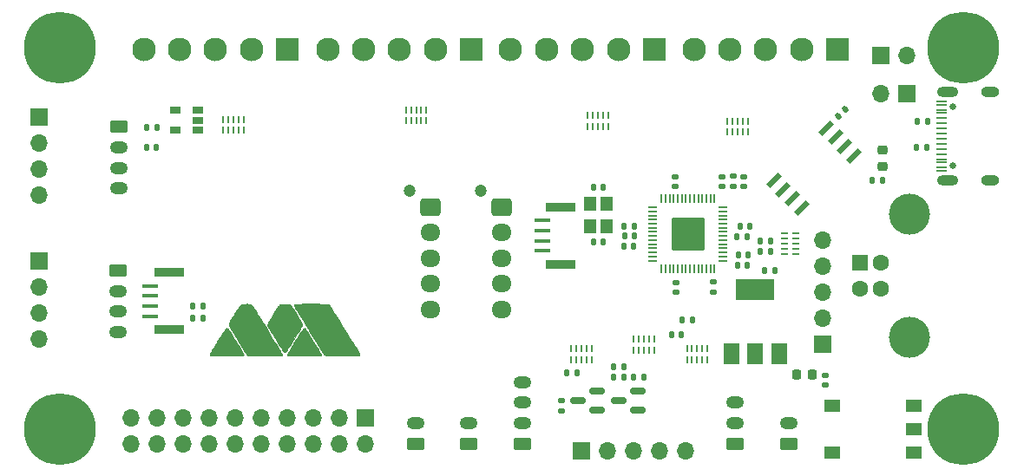
<source format=gbr>
%TF.GenerationSoftware,KiCad,Pcbnew,(7.0.0-0)*%
%TF.CreationDate,2023-05-07T02:23:39-06:00*%
%TF.ProjectId,ReflexFightingBoard,5265666c-6578-4466-9967-6874696e6742,rev?*%
%TF.SameCoordinates,Original*%
%TF.FileFunction,Soldermask,Top*%
%TF.FilePolarity,Negative*%
%FSLAX46Y46*%
G04 Gerber Fmt 4.6, Leading zero omitted, Abs format (unit mm)*
G04 Created by KiCad (PCBNEW (7.0.0-0)) date 2023-05-07 02:23:39*
%MOMM*%
%LPD*%
G01*
G04 APERTURE LIST*
G04 Aperture macros list*
%AMRoundRect*
0 Rectangle with rounded corners*
0 $1 Rounding radius*
0 $2 $3 $4 $5 $6 $7 $8 $9 X,Y pos of 4 corners*
0 Add a 4 corners polygon primitive as box body*
4,1,4,$2,$3,$4,$5,$6,$7,$8,$9,$2,$3,0*
0 Add four circle primitives for the rounded corners*
1,1,$1+$1,$2,$3*
1,1,$1+$1,$4,$5*
1,1,$1+$1,$6,$7*
1,1,$1+$1,$8,$9*
0 Add four rect primitives between the rounded corners*
20,1,$1+$1,$2,$3,$4,$5,0*
20,1,$1+$1,$4,$5,$6,$7,0*
20,1,$1+$1,$6,$7,$8,$9,0*
20,1,$1+$1,$8,$9,$2,$3,0*%
%AMRotRect*
0 Rectangle, with rotation*
0 The origin of the aperture is its center*
0 $1 length*
0 $2 width*
0 $3 Rotation angle, in degrees counterclockwise*
0 Add horizontal line*
21,1,$1,$2,0,0,$3*%
G04 Aperture macros list end*
%ADD10C,0.010000*%
%ADD11RoundRect,0.135000X0.135000X0.185000X-0.135000X0.185000X-0.135000X-0.185000X0.135000X-0.185000X0*%
%ADD12R,1.060000X0.650000*%
%ADD13RoundRect,0.140000X-0.140000X-0.170000X0.140000X-0.170000X0.140000X0.170000X-0.140000X0.170000X0*%
%ADD14R,1.700000X1.700000*%
%ADD15O,1.700000X1.700000*%
%ADD16RoundRect,0.249999X-0.625001X0.350001X-0.625001X-0.350001X0.625001X-0.350001X0.625001X0.350001X0*%
%ADD17O,1.750000X1.200000*%
%ADD18RoundRect,0.250000X0.625000X-0.350000X0.625000X0.350000X-0.625000X0.350000X-0.625000X-0.350000X0*%
%ADD19R,2.300000X2.300000*%
%ADD20C,2.300000*%
%ADD21C,7.000000*%
%ADD22R,3.000000X0.900000*%
%ADD23R,1.600000X0.400000*%
%ADD24RoundRect,0.140000X0.140000X0.170000X-0.140000X0.170000X-0.140000X-0.170000X0.140000X-0.170000X0*%
%ADD25O,0.200000X0.700000*%
%ADD26RoundRect,0.135000X-0.185000X0.135000X-0.185000X-0.135000X0.185000X-0.135000X0.185000X0.135000X0*%
%ADD27RoundRect,0.135000X0.185000X-0.135000X0.185000X0.135000X-0.185000X0.135000X-0.185000X-0.135000X0*%
%ADD28RoundRect,0.140000X-0.170000X0.140000X-0.170000X-0.140000X0.170000X-0.140000X0.170000X0.140000X0*%
%ADD29RoundRect,0.135000X-0.135000X-0.185000X0.135000X-0.185000X0.135000X0.185000X-0.135000X0.185000X0*%
%ADD30R,1.600000X1.600000*%
%ADD31C,1.600000*%
%ADD32C,4.000000*%
%ADD33RoundRect,0.147500X-0.147500X-0.172500X0.147500X-0.172500X0.147500X0.172500X-0.147500X0.172500X0*%
%ADD34R,1.500000X2.000000*%
%ADD35R,3.800000X2.000000*%
%ADD36RotRect,1.610000X0.580000X45.000000*%
%ADD37RoundRect,0.150000X0.587500X0.150000X-0.587500X0.150000X-0.587500X-0.150000X0.587500X-0.150000X0*%
%ADD38RoundRect,0.050000X-0.050000X0.387500X-0.050000X-0.387500X0.050000X-0.387500X0.050000X0.387500X0*%
%ADD39RoundRect,0.050000X-0.387500X0.050000X-0.387500X-0.050000X0.387500X-0.050000X0.387500X0.050000X0*%
%ADD40RoundRect,0.144000X-1.456000X1.456000X-1.456000X-1.456000X1.456000X-1.456000X1.456000X1.456000X0*%
%ADD41RoundRect,0.140000X0.170000X-0.140000X0.170000X0.140000X-0.170000X0.140000X-0.170000X-0.140000X0*%
%ADD42R,1.150000X1.400000*%
%ADD43RoundRect,0.218750X-0.218750X-0.256250X0.218750X-0.256250X0.218750X0.256250X-0.218750X0.256250X0*%
%ADD44C,1.200000*%
%ADD45RoundRect,0.250000X-0.725000X0.600000X-0.725000X-0.600000X0.725000X-0.600000X0.725000X0.600000X0*%
%ADD46O,1.950000X1.700000*%
%ADD47RoundRect,0.218750X-0.256250X0.218750X-0.256250X-0.218750X0.256250X-0.218750X0.256250X0.218750X0*%
%ADD48R,1.550000X1.300000*%
%ADD49RoundRect,0.140000X0.021213X-0.219203X0.219203X-0.021213X-0.021213X0.219203X-0.219203X0.021213X0*%
%ADD50C,0.650000*%
%ADD51R,1.100000X0.225000*%
%ADD52O,2.100000X1.000000*%
%ADD53O,1.800000X1.000000*%
%ADD54O,0.700000X0.200000*%
G04 APERTURE END LIST*
%TO.C,Ref\u002A\u002A*%
G36*
X123678843Y-110649981D02*
G01*
X123715071Y-110678304D01*
X123734134Y-110704893D01*
X123772935Y-110763922D01*
X123829185Y-110851684D01*
X123900593Y-110964468D01*
X123984869Y-111098566D01*
X124079724Y-111250267D01*
X124182868Y-111415863D01*
X124292010Y-111591644D01*
X124404862Y-111773900D01*
X124519132Y-111958923D01*
X124632531Y-112143003D01*
X124742770Y-112322431D01*
X124847557Y-112493497D01*
X124944604Y-112652492D01*
X125031620Y-112795707D01*
X125106316Y-112919432D01*
X125166401Y-113019958D01*
X125209585Y-113093575D01*
X125233579Y-113136575D01*
X125236950Y-113143541D01*
X125259894Y-113204940D01*
X125261763Y-113244835D01*
X125241180Y-113279193D01*
X125223648Y-113297679D01*
X125214832Y-113305634D01*
X125203467Y-113312523D01*
X125186640Y-113318421D01*
X125161437Y-113323404D01*
X125124944Y-113327546D01*
X125074249Y-113330924D01*
X125006436Y-113333612D01*
X124918594Y-113335686D01*
X124807808Y-113337221D01*
X124671165Y-113338292D01*
X124505751Y-113338974D01*
X124308652Y-113339343D01*
X124076956Y-113339474D01*
X123807749Y-113339442D01*
X123609690Y-113339369D01*
X123273423Y-113338936D01*
X122975231Y-113337933D01*
X122715668Y-113336367D01*
X122495286Y-113334246D01*
X122314640Y-113331579D01*
X122174284Y-113328371D01*
X122074771Y-113324632D01*
X122016655Y-113320369D01*
X122001023Y-113317150D01*
X121971222Y-113275628D01*
X121963982Y-113219561D01*
X121967195Y-113198915D01*
X121977800Y-113168398D01*
X121997246Y-113125506D01*
X122026979Y-113067738D01*
X122068449Y-112992591D01*
X122123103Y-112897563D01*
X122192389Y-112780152D01*
X122277755Y-112637854D01*
X122380648Y-112468168D01*
X122502518Y-112268591D01*
X122644812Y-112036622D01*
X122707444Y-111934738D01*
X122834869Y-111727892D01*
X122956676Y-111530815D01*
X123070916Y-111346616D01*
X123175643Y-111178407D01*
X123268909Y-111029297D01*
X123348765Y-110902396D01*
X123413264Y-110800815D01*
X123460458Y-110727664D01*
X123488399Y-110686053D01*
X123494301Y-110678304D01*
X123558140Y-110637839D01*
X123604398Y-110630679D01*
X123678843Y-110649981D01*
G37*
D10*
X123678843Y-110649981D02*
X123715071Y-110678304D01*
X123734134Y-110704893D01*
X123772935Y-110763922D01*
X123829185Y-110851684D01*
X123900593Y-110964468D01*
X123984869Y-111098566D01*
X124079724Y-111250267D01*
X124182868Y-111415863D01*
X124292010Y-111591644D01*
X124404862Y-111773900D01*
X124519132Y-111958923D01*
X124632531Y-112143003D01*
X124742770Y-112322431D01*
X124847557Y-112493497D01*
X124944604Y-112652492D01*
X125031620Y-112795707D01*
X125106316Y-112919432D01*
X125166401Y-113019958D01*
X125209585Y-113093575D01*
X125233579Y-113136575D01*
X125236950Y-113143541D01*
X125259894Y-113204940D01*
X125261763Y-113244835D01*
X125241180Y-113279193D01*
X125223648Y-113297679D01*
X125214832Y-113305634D01*
X125203467Y-113312523D01*
X125186640Y-113318421D01*
X125161437Y-113323404D01*
X125124944Y-113327546D01*
X125074249Y-113330924D01*
X125006436Y-113333612D01*
X124918594Y-113335686D01*
X124807808Y-113337221D01*
X124671165Y-113338292D01*
X124505751Y-113338974D01*
X124308652Y-113339343D01*
X124076956Y-113339474D01*
X123807749Y-113339442D01*
X123609690Y-113339369D01*
X123273423Y-113338936D01*
X122975231Y-113337933D01*
X122715668Y-113336367D01*
X122495286Y-113334246D01*
X122314640Y-113331579D01*
X122174284Y-113328371D01*
X122074771Y-113324632D01*
X122016655Y-113320369D01*
X122001023Y-113317150D01*
X121971222Y-113275628D01*
X121963982Y-113219561D01*
X121967195Y-113198915D01*
X121977800Y-113168398D01*
X121997246Y-113125506D01*
X122026979Y-113067738D01*
X122068449Y-112992591D01*
X122123103Y-112897563D01*
X122192389Y-112780152D01*
X122277755Y-112637854D01*
X122380648Y-112468168D01*
X122502518Y-112268591D01*
X122644812Y-112036622D01*
X122707444Y-111934738D01*
X122834869Y-111727892D01*
X122956676Y-111530815D01*
X123070916Y-111346616D01*
X123175643Y-111178407D01*
X123268909Y-111029297D01*
X123348765Y-110902396D01*
X123413264Y-110800815D01*
X123460458Y-110727664D01*
X123488399Y-110686053D01*
X123494301Y-110678304D01*
X123558140Y-110637839D01*
X123604398Y-110630679D01*
X123678843Y-110649981D01*
G36*
X131246627Y-110651682D02*
G01*
X131271199Y-110671683D01*
X131289240Y-110697091D01*
X131327240Y-110755117D01*
X131383020Y-110842296D01*
X131454402Y-110955163D01*
X131539206Y-111090252D01*
X131635254Y-111244098D01*
X131740367Y-111413237D01*
X131852366Y-111594201D01*
X131912315Y-111691357D01*
X132076357Y-111957553D01*
X132219543Y-112190094D01*
X132343277Y-112391334D01*
X132448964Y-112563625D01*
X132538009Y-112709322D01*
X132611817Y-112830776D01*
X132671792Y-112930342D01*
X132719339Y-113010373D01*
X132755863Y-113073222D01*
X132782768Y-113121241D01*
X132801459Y-113156785D01*
X132813341Y-113182206D01*
X132819818Y-113199858D01*
X132822296Y-113212093D01*
X132822482Y-113216090D01*
X132808219Y-113259675D01*
X132780148Y-113297679D01*
X132771336Y-113305625D01*
X132759965Y-113312510D01*
X132743126Y-113318408D01*
X132717909Y-113323397D01*
X132681403Y-113327552D01*
X132630699Y-113330950D01*
X132562887Y-113333667D01*
X132475057Y-113335778D01*
X132364300Y-113337361D01*
X132227705Y-113338490D01*
X132062363Y-113339243D01*
X131865364Y-113339696D01*
X131633797Y-113339924D01*
X131364754Y-113340004D01*
X131162410Y-113340013D01*
X130863964Y-113339940D01*
X130605023Y-113339685D01*
X130382759Y-113339188D01*
X130194344Y-113338391D01*
X130036950Y-113337236D01*
X129907748Y-113335663D01*
X129803911Y-113333615D01*
X129722611Y-113331033D01*
X129661019Y-113327858D01*
X129616308Y-113324032D01*
X129585649Y-113319497D01*
X129566215Y-113314194D01*
X129555176Y-113308064D01*
X129553743Y-113306751D01*
X129538732Y-113290047D01*
X129528152Y-113271742D01*
X129523360Y-113249219D01*
X129525712Y-113219861D01*
X129536565Y-113181052D01*
X129557275Y-113130175D01*
X129589200Y-113064615D01*
X129633694Y-112981754D01*
X129692117Y-112878976D01*
X129765822Y-112753665D01*
X129856169Y-112603204D01*
X129964512Y-112424978D01*
X130092208Y-112216368D01*
X130240614Y-111974759D01*
X130264473Y-111935953D01*
X130391919Y-111728999D01*
X130513734Y-111531814D01*
X130627973Y-111347506D01*
X130732691Y-111179184D01*
X130825942Y-111029956D01*
X130905783Y-110902932D01*
X130970268Y-110801220D01*
X131017453Y-110727928D01*
X131045391Y-110686166D01*
X131051329Y-110678304D01*
X131110031Y-110640310D01*
X131180751Y-110631267D01*
X131246627Y-110651682D01*
G37*
X131246627Y-110651682D02*
X131271199Y-110671683D01*
X131289240Y-110697091D01*
X131327240Y-110755117D01*
X131383020Y-110842296D01*
X131454402Y-110955163D01*
X131539206Y-111090252D01*
X131635254Y-111244098D01*
X131740367Y-111413237D01*
X131852366Y-111594201D01*
X131912315Y-111691357D01*
X132076357Y-111957553D01*
X132219543Y-112190094D01*
X132343277Y-112391334D01*
X132448964Y-112563625D01*
X132538009Y-112709322D01*
X132611817Y-112830776D01*
X132671792Y-112930342D01*
X132719339Y-113010373D01*
X132755863Y-113073222D01*
X132782768Y-113121241D01*
X132801459Y-113156785D01*
X132813341Y-113182206D01*
X132819818Y-113199858D01*
X132822296Y-113212093D01*
X132822482Y-113216090D01*
X132808219Y-113259675D01*
X132780148Y-113297679D01*
X132771336Y-113305625D01*
X132759965Y-113312510D01*
X132743126Y-113318408D01*
X132717909Y-113323397D01*
X132681403Y-113327552D01*
X132630699Y-113330950D01*
X132562887Y-113333667D01*
X132475057Y-113335778D01*
X132364300Y-113337361D01*
X132227705Y-113338490D01*
X132062363Y-113339243D01*
X131865364Y-113339696D01*
X131633797Y-113339924D01*
X131364754Y-113340004D01*
X131162410Y-113340013D01*
X130863964Y-113339940D01*
X130605023Y-113339685D01*
X130382759Y-113339188D01*
X130194344Y-113338391D01*
X130036950Y-113337236D01*
X129907748Y-113335663D01*
X129803911Y-113333615D01*
X129722611Y-113331033D01*
X129661019Y-113327858D01*
X129616308Y-113324032D01*
X129585649Y-113319497D01*
X129566215Y-113314194D01*
X129555176Y-113308064D01*
X129553743Y-113306751D01*
X129538732Y-113290047D01*
X129528152Y-113271742D01*
X129523360Y-113249219D01*
X129525712Y-113219861D01*
X129536565Y-113181052D01*
X129557275Y-113130175D01*
X129589200Y-113064615D01*
X129633694Y-112981754D01*
X129692117Y-112878976D01*
X129765822Y-112753665D01*
X129856169Y-112603204D01*
X129964512Y-112424978D01*
X130092208Y-112216368D01*
X130240614Y-111974759D01*
X130264473Y-111935953D01*
X130391919Y-111728999D01*
X130513734Y-111531814D01*
X130627973Y-111347506D01*
X130732691Y-111179184D01*
X130825942Y-111029956D01*
X130905783Y-110902932D01*
X130970268Y-110801220D01*
X131017453Y-110727928D01*
X131045391Y-110686166D01*
X131051329Y-110678304D01*
X131110031Y-110640310D01*
X131180751Y-110631267D01*
X131246627Y-110651682D01*
G36*
X129414954Y-108270965D02*
G01*
X129517690Y-108272541D01*
X129592451Y-108276028D01*
X129646415Y-108282131D01*
X129686758Y-108291554D01*
X129720658Y-108305000D01*
X129742732Y-108316282D01*
X129810132Y-108359867D01*
X129871008Y-108410604D01*
X129882191Y-108422116D01*
X129904600Y-108452481D01*
X129946502Y-108514969D01*
X130005344Y-108605564D01*
X130078572Y-108720249D01*
X130163631Y-108855008D01*
X130257970Y-109005824D01*
X130359033Y-109168683D01*
X130427607Y-109279888D01*
X130557635Y-109492235D01*
X130666013Y-109671419D01*
X130754092Y-109819813D01*
X130823223Y-109939792D01*
X130874758Y-110033732D01*
X130910048Y-110104007D01*
X130930444Y-110152993D01*
X130936235Y-110173883D01*
X130943785Y-110299229D01*
X130922528Y-110419731D01*
X130896709Y-110482513D01*
X130871219Y-110527432D01*
X130826862Y-110602298D01*
X130765893Y-110703484D01*
X130690564Y-110827362D01*
X130603129Y-110970304D01*
X130505842Y-111128681D01*
X130400956Y-111298866D01*
X130290724Y-111477231D01*
X130177400Y-111660147D01*
X130063237Y-111843987D01*
X129950489Y-112025122D01*
X129841410Y-112199925D01*
X129738252Y-112364768D01*
X129643269Y-112516022D01*
X129558715Y-112650060D01*
X129486844Y-112763254D01*
X129429908Y-112851976D01*
X129390161Y-112912597D01*
X129369857Y-112941489D01*
X129368331Y-112943138D01*
X129301796Y-112976340D01*
X129231258Y-112968946D01*
X129174799Y-112932554D01*
X129154022Y-112905602D01*
X129113672Y-112846054D01*
X129056006Y-112757584D01*
X128983282Y-112643866D01*
X128897757Y-112508575D01*
X128801689Y-112355386D01*
X128697334Y-112187972D01*
X128586951Y-112010008D01*
X128472796Y-111825168D01*
X128357127Y-111637126D01*
X128242201Y-111449558D01*
X128130277Y-111266136D01*
X128023610Y-111090536D01*
X127924459Y-110926432D01*
X127835081Y-110777497D01*
X127757733Y-110647407D01*
X127694673Y-110539836D01*
X127648158Y-110458458D01*
X127620446Y-110406947D01*
X127613665Y-110391513D01*
X127596370Y-110258652D01*
X127621337Y-110126728D01*
X127622770Y-110122679D01*
X127640264Y-110087006D01*
X127677509Y-110020214D01*
X127731637Y-109926965D01*
X127799780Y-109811925D01*
X127879072Y-109679757D01*
X127966644Y-109535127D01*
X128059629Y-109382698D01*
X128155159Y-109227135D01*
X128250366Y-109073101D01*
X128342384Y-108925262D01*
X128428345Y-108788281D01*
X128505380Y-108666823D01*
X128570623Y-108565552D01*
X128621205Y-108489133D01*
X128654260Y-108442229D01*
X128661227Y-108433569D01*
X128721306Y-108377399D01*
X128793000Y-108326341D01*
X128809394Y-108316974D01*
X128843533Y-108300286D01*
X128878994Y-108288144D01*
X128922987Y-108279835D01*
X128982725Y-108274643D01*
X129065416Y-108271852D01*
X129178272Y-108270748D01*
X129277065Y-108270596D01*
X129414954Y-108270965D01*
G37*
X129414954Y-108270965D02*
X129517690Y-108272541D01*
X129592451Y-108276028D01*
X129646415Y-108282131D01*
X129686758Y-108291554D01*
X129720658Y-108305000D01*
X129742732Y-108316282D01*
X129810132Y-108359867D01*
X129871008Y-108410604D01*
X129882191Y-108422116D01*
X129904600Y-108452481D01*
X129946502Y-108514969D01*
X130005344Y-108605564D01*
X130078572Y-108720249D01*
X130163631Y-108855008D01*
X130257970Y-109005824D01*
X130359033Y-109168683D01*
X130427607Y-109279888D01*
X130557635Y-109492235D01*
X130666013Y-109671419D01*
X130754092Y-109819813D01*
X130823223Y-109939792D01*
X130874758Y-110033732D01*
X130910048Y-110104007D01*
X130930444Y-110152993D01*
X130936235Y-110173883D01*
X130943785Y-110299229D01*
X130922528Y-110419731D01*
X130896709Y-110482513D01*
X130871219Y-110527432D01*
X130826862Y-110602298D01*
X130765893Y-110703484D01*
X130690564Y-110827362D01*
X130603129Y-110970304D01*
X130505842Y-111128681D01*
X130400956Y-111298866D01*
X130290724Y-111477231D01*
X130177400Y-111660147D01*
X130063237Y-111843987D01*
X129950489Y-112025122D01*
X129841410Y-112199925D01*
X129738252Y-112364768D01*
X129643269Y-112516022D01*
X129558715Y-112650060D01*
X129486844Y-112763254D01*
X129429908Y-112851976D01*
X129390161Y-112912597D01*
X129369857Y-112941489D01*
X129368331Y-112943138D01*
X129301796Y-112976340D01*
X129231258Y-112968946D01*
X129174799Y-112932554D01*
X129154022Y-112905602D01*
X129113672Y-112846054D01*
X129056006Y-112757584D01*
X128983282Y-112643866D01*
X128897757Y-112508575D01*
X128801689Y-112355386D01*
X128697334Y-112187972D01*
X128586951Y-112010008D01*
X128472796Y-111825168D01*
X128357127Y-111637126D01*
X128242201Y-111449558D01*
X128130277Y-111266136D01*
X128023610Y-111090536D01*
X127924459Y-110926432D01*
X127835081Y-110777497D01*
X127757733Y-110647407D01*
X127694673Y-110539836D01*
X127648158Y-110458458D01*
X127620446Y-110406947D01*
X127613665Y-110391513D01*
X127596370Y-110258652D01*
X127621337Y-110126728D01*
X127622770Y-110122679D01*
X127640264Y-110087006D01*
X127677509Y-110020214D01*
X127731637Y-109926965D01*
X127799780Y-109811925D01*
X127879072Y-109679757D01*
X127966644Y-109535127D01*
X128059629Y-109382698D01*
X128155159Y-109227135D01*
X128250366Y-109073101D01*
X128342384Y-108925262D01*
X128428345Y-108788281D01*
X128505380Y-108666823D01*
X128570623Y-108565552D01*
X128621205Y-108489133D01*
X128654260Y-108442229D01*
X128661227Y-108433569D01*
X128721306Y-108377399D01*
X128793000Y-108326341D01*
X128809394Y-108316974D01*
X128843533Y-108300286D01*
X128878994Y-108288144D01*
X128922987Y-108279835D01*
X128982725Y-108274643D01*
X129065416Y-108271852D01*
X129178272Y-108270748D01*
X129277065Y-108270596D01*
X129414954Y-108270965D01*
G36*
X125704771Y-108261332D02*
G01*
X125789027Y-108266608D01*
X125862430Y-108279042D01*
X125928314Y-108301460D01*
X125990013Y-108336689D01*
X126050861Y-108387557D01*
X126114191Y-108456889D01*
X126183338Y-108547514D01*
X126261635Y-108662258D01*
X126352415Y-108803949D01*
X126459014Y-108975413D01*
X126584765Y-109179477D01*
X126597030Y-109199367D01*
X126874166Y-109648737D01*
X127129874Y-110063482D01*
X127364989Y-110444983D01*
X127580350Y-110794620D01*
X127776794Y-111113772D01*
X127955159Y-111403819D01*
X128116281Y-111666142D01*
X128260999Y-111902120D01*
X128390150Y-112113133D01*
X128504571Y-112300561D01*
X128605100Y-112465785D01*
X128692574Y-112610183D01*
X128767831Y-112735137D01*
X128831708Y-112842025D01*
X128885042Y-112932228D01*
X128928671Y-113007126D01*
X128963432Y-113068099D01*
X128990163Y-113116526D01*
X129009702Y-113153788D01*
X129022885Y-113181264D01*
X129030550Y-113200335D01*
X129033535Y-113212380D01*
X129033648Y-113214433D01*
X129033936Y-113237443D01*
X129032962Y-113257459D01*
X129027974Y-113274690D01*
X129016217Y-113289342D01*
X128994938Y-113301622D01*
X128961383Y-113311739D01*
X128912799Y-113319900D01*
X128846430Y-113326312D01*
X128759524Y-113331183D01*
X128649327Y-113334719D01*
X128513085Y-113337129D01*
X128348044Y-113338620D01*
X128151450Y-113339399D01*
X127920550Y-113339673D01*
X127652590Y-113339651D01*
X127372647Y-113339548D01*
X127077563Y-113339433D01*
X126821796Y-113339224D01*
X126602327Y-113338842D01*
X126416139Y-113338207D01*
X126260215Y-113337239D01*
X126131537Y-113335861D01*
X126027088Y-113333991D01*
X125943851Y-113331553D01*
X125878807Y-113328465D01*
X125828941Y-113324648D01*
X125791234Y-113320025D01*
X125762668Y-113314514D01*
X125740227Y-113308038D01*
X125720894Y-113300516D01*
X125710482Y-113295901D01*
X125642375Y-113260121D01*
X125583201Y-113220954D01*
X125566717Y-113207173D01*
X125548016Y-113182138D01*
X125509041Y-113123904D01*
X125451622Y-113035376D01*
X125377591Y-112919458D01*
X125288776Y-112779055D01*
X125187009Y-112617072D01*
X125074121Y-112436415D01*
X124951941Y-112239987D01*
X124822300Y-112030694D01*
X124687028Y-111811441D01*
X124678193Y-111797092D01*
X123838185Y-110432557D01*
X123830210Y-110291418D01*
X123829372Y-110194128D01*
X123841249Y-110122945D01*
X123859459Y-110078271D01*
X123878234Y-110045334D01*
X123916762Y-109980477D01*
X123972552Y-109887801D01*
X124043115Y-109771404D01*
X124125962Y-109635388D01*
X124218603Y-109483851D01*
X124318548Y-109320894D01*
X124382175Y-109217412D01*
X124522513Y-108990790D01*
X124642334Y-108800348D01*
X124742045Y-108645467D01*
X124822057Y-108525530D01*
X124882777Y-108439916D01*
X124924615Y-108388007D01*
X124939781Y-108373558D01*
X124998865Y-108332939D01*
X125059191Y-108303257D01*
X125128802Y-108282868D01*
X125215742Y-108270126D01*
X125328055Y-108263386D01*
X125473783Y-108261003D01*
X125490365Y-108260942D01*
X125606328Y-108260385D01*
X125704771Y-108261332D01*
G37*
X125704771Y-108261332D02*
X125789027Y-108266608D01*
X125862430Y-108279042D01*
X125928314Y-108301460D01*
X125990013Y-108336689D01*
X126050861Y-108387557D01*
X126114191Y-108456889D01*
X126183338Y-108547514D01*
X126261635Y-108662258D01*
X126352415Y-108803949D01*
X126459014Y-108975413D01*
X126584765Y-109179477D01*
X126597030Y-109199367D01*
X126874166Y-109648737D01*
X127129874Y-110063482D01*
X127364989Y-110444983D01*
X127580350Y-110794620D01*
X127776794Y-111113772D01*
X127955159Y-111403819D01*
X128116281Y-111666142D01*
X128260999Y-111902120D01*
X128390150Y-112113133D01*
X128504571Y-112300561D01*
X128605100Y-112465785D01*
X128692574Y-112610183D01*
X128767831Y-112735137D01*
X128831708Y-112842025D01*
X128885042Y-112932228D01*
X128928671Y-113007126D01*
X128963432Y-113068099D01*
X128990163Y-113116526D01*
X129009702Y-113153788D01*
X129022885Y-113181264D01*
X129030550Y-113200335D01*
X129033535Y-113212380D01*
X129033648Y-113214433D01*
X129033936Y-113237443D01*
X129032962Y-113257459D01*
X129027974Y-113274690D01*
X129016217Y-113289342D01*
X128994938Y-113301622D01*
X128961383Y-113311739D01*
X128912799Y-113319900D01*
X128846430Y-113326312D01*
X128759524Y-113331183D01*
X128649327Y-113334719D01*
X128513085Y-113337129D01*
X128348044Y-113338620D01*
X128151450Y-113339399D01*
X127920550Y-113339673D01*
X127652590Y-113339651D01*
X127372647Y-113339548D01*
X127077563Y-113339433D01*
X126821796Y-113339224D01*
X126602327Y-113338842D01*
X126416139Y-113338207D01*
X126260215Y-113337239D01*
X126131537Y-113335861D01*
X126027088Y-113333991D01*
X125943851Y-113331553D01*
X125878807Y-113328465D01*
X125828941Y-113324648D01*
X125791234Y-113320025D01*
X125762668Y-113314514D01*
X125740227Y-113308038D01*
X125720894Y-113300516D01*
X125710482Y-113295901D01*
X125642375Y-113260121D01*
X125583201Y-113220954D01*
X125566717Y-113207173D01*
X125548016Y-113182138D01*
X125509041Y-113123904D01*
X125451622Y-113035376D01*
X125377591Y-112919458D01*
X125288776Y-112779055D01*
X125187009Y-112617072D01*
X125074121Y-112436415D01*
X124951941Y-112239987D01*
X124822300Y-112030694D01*
X124687028Y-111811441D01*
X124678193Y-111797092D01*
X123838185Y-110432557D01*
X123830210Y-110291418D01*
X123829372Y-110194128D01*
X123841249Y-110122945D01*
X123859459Y-110078271D01*
X123878234Y-110045334D01*
X123916762Y-109980477D01*
X123972552Y-109887801D01*
X124043115Y-109771404D01*
X124125962Y-109635388D01*
X124218603Y-109483851D01*
X124318548Y-109320894D01*
X124382175Y-109217412D01*
X124522513Y-108990790D01*
X124642334Y-108800348D01*
X124742045Y-108645467D01*
X124822057Y-108525530D01*
X124882777Y-108439916D01*
X124924615Y-108388007D01*
X124939781Y-108373558D01*
X124998865Y-108332939D01*
X125059191Y-108303257D01*
X125128802Y-108282868D01*
X125215742Y-108270126D01*
X125328055Y-108263386D01*
X125473783Y-108261003D01*
X125490365Y-108260942D01*
X125606328Y-108260385D01*
X125704771Y-108261332D01*
G36*
X131818004Y-108260013D02*
G01*
X132121584Y-108260017D01*
X132385825Y-108260168D01*
X132613722Y-108260667D01*
X132808270Y-108261718D01*
X132972461Y-108263525D01*
X133109293Y-108266291D01*
X133221758Y-108270219D01*
X133312851Y-108275512D01*
X133385567Y-108282374D01*
X133442900Y-108291009D01*
X133487845Y-108301619D01*
X133523396Y-108314408D01*
X133552548Y-108329580D01*
X133578295Y-108347337D01*
X133603631Y-108367884D01*
X133620838Y-108382442D01*
X133642046Y-108409055D01*
X133684414Y-108470545D01*
X133747119Y-108565607D01*
X133829340Y-108692938D01*
X133930258Y-108851233D01*
X134049049Y-109039190D01*
X134184895Y-109255503D01*
X134336973Y-109498869D01*
X134504463Y-109767985D01*
X134686543Y-110061546D01*
X134882392Y-110378249D01*
X135091190Y-110716789D01*
X135109857Y-110747096D01*
X135286201Y-111033497D01*
X135456699Y-111310540D01*
X135620002Y-111576023D01*
X135774757Y-111827743D01*
X135919613Y-112063496D01*
X136053218Y-112281080D01*
X136174221Y-112478293D01*
X136281270Y-112652930D01*
X136373014Y-112802790D01*
X136448101Y-112925669D01*
X136505179Y-113019365D01*
X136542898Y-113081675D01*
X136559906Y-113110396D01*
X136560459Y-113111420D01*
X136587394Y-113193699D01*
X136579632Y-113264394D01*
X136551440Y-113304982D01*
X136541391Y-113311596D01*
X136524971Y-113317327D01*
X136499311Y-113322237D01*
X136461545Y-113326389D01*
X136408805Y-113329844D01*
X136338224Y-113332663D01*
X136246935Y-113334909D01*
X136132071Y-113336644D01*
X135990763Y-113337929D01*
X135820145Y-113338826D01*
X135617350Y-113339398D01*
X135379509Y-113339705D01*
X135103757Y-113339811D01*
X134937481Y-113339806D01*
X133362232Y-113339599D01*
X133256398Y-113289690D01*
X133187144Y-113251642D01*
X133127847Y-113209931D01*
X133105728Y-113189355D01*
X133089273Y-113165385D01*
X133052014Y-113107524D01*
X132995304Y-113017953D01*
X132920499Y-112898851D01*
X132828953Y-112752399D01*
X132722021Y-112580776D01*
X132601057Y-112386162D01*
X132467416Y-112170737D01*
X132322452Y-111936681D01*
X132167521Y-111686175D01*
X132003977Y-111421397D01*
X131833175Y-111144528D01*
X131656469Y-110857748D01*
X131618769Y-110796520D01*
X131395586Y-110433744D01*
X131194039Y-110105563D01*
X131013344Y-109810664D01*
X130852712Y-109547735D01*
X130711359Y-109315463D01*
X130588498Y-109112538D01*
X130483341Y-108937646D01*
X130395104Y-108789475D01*
X130323000Y-108666713D01*
X130266241Y-108568048D01*
X130224043Y-108492168D01*
X130195618Y-108437759D01*
X130180180Y-108403511D01*
X130176648Y-108390012D01*
X130176295Y-108366062D01*
X130177083Y-108345245D01*
X130181780Y-108327343D01*
X130193157Y-108312135D01*
X130213981Y-108299403D01*
X130247023Y-108288927D01*
X130295051Y-108280488D01*
X130360835Y-108273867D01*
X130447143Y-108268844D01*
X130556746Y-108265200D01*
X130692412Y-108262715D01*
X130856910Y-108261171D01*
X131053010Y-108260348D01*
X131283481Y-108260027D01*
X131551091Y-108259988D01*
X131818004Y-108260013D01*
G37*
X131818004Y-108260013D02*
X132121584Y-108260017D01*
X132385825Y-108260168D01*
X132613722Y-108260667D01*
X132808270Y-108261718D01*
X132972461Y-108263525D01*
X133109293Y-108266291D01*
X133221758Y-108270219D01*
X133312851Y-108275512D01*
X133385567Y-108282374D01*
X133442900Y-108291009D01*
X133487845Y-108301619D01*
X133523396Y-108314408D01*
X133552548Y-108329580D01*
X133578295Y-108347337D01*
X133603631Y-108367884D01*
X133620838Y-108382442D01*
X133642046Y-108409055D01*
X133684414Y-108470545D01*
X133747119Y-108565607D01*
X133829340Y-108692938D01*
X133930258Y-108851233D01*
X134049049Y-109039190D01*
X134184895Y-109255503D01*
X134336973Y-109498869D01*
X134504463Y-109767985D01*
X134686543Y-110061546D01*
X134882392Y-110378249D01*
X135091190Y-110716789D01*
X135109857Y-110747096D01*
X135286201Y-111033497D01*
X135456699Y-111310540D01*
X135620002Y-111576023D01*
X135774757Y-111827743D01*
X135919613Y-112063496D01*
X136053218Y-112281080D01*
X136174221Y-112478293D01*
X136281270Y-112652930D01*
X136373014Y-112802790D01*
X136448101Y-112925669D01*
X136505179Y-113019365D01*
X136542898Y-113081675D01*
X136559906Y-113110396D01*
X136560459Y-113111420D01*
X136587394Y-113193699D01*
X136579632Y-113264394D01*
X136551440Y-113304982D01*
X136541391Y-113311596D01*
X136524971Y-113317327D01*
X136499311Y-113322237D01*
X136461545Y-113326389D01*
X136408805Y-113329844D01*
X136338224Y-113332663D01*
X136246935Y-113334909D01*
X136132071Y-113336644D01*
X135990763Y-113337929D01*
X135820145Y-113338826D01*
X135617350Y-113339398D01*
X135379509Y-113339705D01*
X135103757Y-113339811D01*
X134937481Y-113339806D01*
X133362232Y-113339599D01*
X133256398Y-113289690D01*
X133187144Y-113251642D01*
X133127847Y-113209931D01*
X133105728Y-113189355D01*
X133089273Y-113165385D01*
X133052014Y-113107524D01*
X132995304Y-113017953D01*
X132920499Y-112898851D01*
X132828953Y-112752399D01*
X132722021Y-112580776D01*
X132601057Y-112386162D01*
X132467416Y-112170737D01*
X132322452Y-111936681D01*
X132167521Y-111686175D01*
X132003977Y-111421397D01*
X131833175Y-111144528D01*
X131656469Y-110857748D01*
X131618769Y-110796520D01*
X131395586Y-110433744D01*
X131194039Y-110105563D01*
X131013344Y-109810664D01*
X130852712Y-109547735D01*
X130711359Y-109315463D01*
X130588498Y-109112538D01*
X130483341Y-108937646D01*
X130395104Y-108789475D01*
X130323000Y-108666713D01*
X130266241Y-108568048D01*
X130224043Y-108492168D01*
X130195618Y-108437759D01*
X130180180Y-108403511D01*
X130176648Y-108390012D01*
X130176295Y-108366062D01*
X130177083Y-108345245D01*
X130181780Y-108327343D01*
X130193157Y-108312135D01*
X130213981Y-108299403D01*
X130247023Y-108288927D01*
X130295051Y-108280488D01*
X130360835Y-108273867D01*
X130447143Y-108268844D01*
X130556746Y-108265200D01*
X130692412Y-108262715D01*
X130856910Y-108261171D01*
X131053010Y-108260348D01*
X131283481Y-108260027D01*
X131551091Y-108259988D01*
X131818004Y-108260013D01*
%TD*%
D11*
%TO.C,R1*%
X157787811Y-115000000D03*
X156767811Y-115000000D03*
%TD*%
%TO.C,R5*%
X116810000Y-91000000D03*
X115790000Y-91000000D03*
%TD*%
D12*
%TO.C,U2*%
X120799999Y-91272399D03*
X120799999Y-90322399D03*
X120799999Y-89372399D03*
X118599999Y-89372399D03*
X118599999Y-91272399D03*
%TD*%
D13*
%TO.C,C1*%
X115820000Y-93000000D03*
X116780000Y-93000000D03*
%TD*%
D11*
%TO.C,R6*%
X121310000Y-109700000D03*
X120290000Y-109700000D03*
%TD*%
%TO.C,R7*%
X121310000Y-108500000D03*
X120290000Y-108500000D03*
%TD*%
D14*
%TO.C,J2*%
X137159999Y-119379999D03*
D15*
X137159999Y-121919999D03*
X134619999Y-119379999D03*
X134619999Y-121919999D03*
X132079999Y-119379999D03*
X132079999Y-121919999D03*
X129539999Y-119379999D03*
X129539999Y-121919999D03*
X126999999Y-119379999D03*
X126999999Y-121919999D03*
X124459999Y-119379999D03*
X124459999Y-121919999D03*
X121919999Y-119379999D03*
X121919999Y-121919999D03*
X119379999Y-119379999D03*
X119379999Y-121919999D03*
X116839999Y-119379999D03*
X116839999Y-121919999D03*
X114299999Y-119379999D03*
X114299999Y-121919999D03*
%TD*%
D16*
%TO.C,J1*%
X113100000Y-90982800D03*
D17*
X113099999Y-92982799D03*
X113099999Y-94982799D03*
X113099999Y-96982799D03*
%TD*%
D18*
%TO.C,J3*%
X142050000Y-121900000D03*
D17*
X142049999Y-119899999D03*
%TD*%
D18*
%TO.C,J4*%
X147250000Y-121900000D03*
D17*
X147249999Y-119899999D03*
%TD*%
D19*
%TO.C,J5*%
X165324999Y-83449999D03*
D20*
X161825000Y-83450000D03*
X158325000Y-83450000D03*
X154825000Y-83450000D03*
X151325000Y-83450000D03*
%TD*%
D19*
%TO.C,J6*%
X147474999Y-83449999D03*
D20*
X143975000Y-83450000D03*
X140475000Y-83450000D03*
X136975000Y-83450000D03*
X133475000Y-83450000D03*
%TD*%
D19*
%TO.C,J7*%
X129524999Y-83449999D03*
D20*
X126025000Y-83450000D03*
X122525000Y-83450000D03*
X119025000Y-83450000D03*
X115525000Y-83450000D03*
%TD*%
D19*
%TO.C,J8*%
X183199999Y-83449999D03*
D20*
X179700000Y-83450000D03*
X176200000Y-83450000D03*
X172700000Y-83450000D03*
X169200000Y-83450000D03*
%TD*%
D16*
%TO.C,J12*%
X113000000Y-105000000D03*
D17*
X112999999Y-106999999D03*
X112999999Y-108999999D03*
X112999999Y-110999999D03*
%TD*%
D21*
%TO.C,H1*%
X107378000Y-83200000D03*
%TD*%
%TO.C,H3*%
X107378000Y-120460000D03*
%TD*%
%TO.C,H4*%
X195517000Y-120460000D03*
%TD*%
%TO.C,H2*%
X195517000Y-83248000D03*
%TD*%
D22*
%TO.C,J9*%
X118023999Y-110799999D03*
X118023999Y-105199999D03*
D23*
X116175999Y-109492999D03*
X116175999Y-108492999D03*
X116175999Y-107492999D03*
X116175999Y-106492999D03*
%TD*%
D22*
%TO.C,J13*%
X156223999Y-104399999D03*
X156223999Y-98799999D03*
D23*
X154375999Y-103092999D03*
X154375999Y-102092999D03*
X154375999Y-101092999D03*
X154375999Y-100092999D03*
%TD*%
D24*
%TO.C,C9*%
X163310000Y-102600000D03*
X162350000Y-102600000D03*
%TD*%
D25*
%TO.C,U9*%
X168519999Y-113704999D03*
X169019999Y-113704999D03*
X169519999Y-113704999D03*
X170019999Y-113704999D03*
X170519999Y-113704999D03*
X170519999Y-112654999D03*
X170019999Y-112654999D03*
X169519999Y-112654999D03*
X169019999Y-112654999D03*
X168519999Y-112654999D03*
%TD*%
D18*
%TO.C,J26*%
X178450000Y-121900000D03*
D17*
X178449999Y-119899999D03*
%TD*%
D14*
%TO.C,J20*%
X187399999Y-84001951D03*
D15*
X189939999Y-84001951D03*
%TD*%
D26*
%TO.C,R15*%
X173000000Y-95790000D03*
X173000000Y-96810000D03*
%TD*%
D18*
%TO.C,J21*%
X152450000Y-121900000D03*
D17*
X152449999Y-119899999D03*
X152449999Y-117899999D03*
X152449999Y-115899999D03*
%TD*%
D18*
%TO.C,J11*%
X173250000Y-121900000D03*
D17*
X173249999Y-119899999D03*
X173249999Y-117899999D03*
%TD*%
D14*
%TO.C,J14*%
X189999999Y-87699999D03*
D15*
X187459999Y-87699999D03*
%TD*%
D27*
%TO.C,R4*%
X156300000Y-118710000D03*
X156300000Y-117690000D03*
%TD*%
D13*
%TO.C,C8*%
X173720000Y-100700000D03*
X174680000Y-100700000D03*
%TD*%
D25*
%TO.C,U11*%
X163319999Y-112774999D03*
X163819999Y-112774999D03*
X164319999Y-112774999D03*
X164819999Y-112774999D03*
X165319999Y-112774999D03*
X165319999Y-111724999D03*
X164819999Y-111724999D03*
X164319999Y-111724999D03*
X163819999Y-111724999D03*
X163319999Y-111724999D03*
%TD*%
D28*
%TO.C,C11*%
X167460000Y-106180000D03*
X167460000Y-107140000D03*
%TD*%
D11*
%TO.C,R18*%
X176710000Y-102110000D03*
X175690000Y-102110000D03*
%TD*%
D29*
%TO.C,R3*%
X163290000Y-115450000D03*
X164310000Y-115450000D03*
%TD*%
D30*
%TO.C,J16*%
X185399999Y-104249999D03*
D31*
X185400000Y-106750000D03*
X187400000Y-106750000D03*
X187400000Y-104250000D03*
D32*
X190260000Y-99500000D03*
X190260000Y-111500000D03*
%TD*%
D25*
%TO.C,U7*%
X160859999Y-89864999D03*
X160359999Y-89864999D03*
X159859999Y-89864999D03*
X159359999Y-89864999D03*
X158859999Y-89864999D03*
X158859999Y-90914999D03*
X159359999Y-90914999D03*
X159859999Y-90914999D03*
X160359999Y-90914999D03*
X160859999Y-90914999D03*
%TD*%
D33*
%TO.C,D2*%
X167025000Y-111250000D03*
X167995000Y-111250000D03*
%TD*%
D14*
%TO.C,J19*%
X105299999Y-89999999D03*
D15*
X105299999Y-92539999D03*
X105299999Y-95079999D03*
X105299999Y-97619999D03*
%TD*%
D34*
%TO.C,U3*%
X172899999Y-113149999D03*
X175199999Y-113149999D03*
D35*
X175199999Y-106849999D03*
D34*
X177499999Y-113149999D03*
%TD*%
D36*
%TO.C,FLASH1*%
X177003841Y-96202081D03*
X177901866Y-97100106D03*
X178799892Y-97998132D03*
X179697917Y-98896157D03*
X184796157Y-93797917D03*
X183898132Y-92899892D03*
X183000106Y-92001866D03*
X182102081Y-91103841D03*
%TD*%
D37*
%TO.C,Q2*%
X163737500Y-118650000D03*
X163737500Y-116750000D03*
X161862500Y-117700000D03*
%TD*%
D14*
%TO.C,J22*%
X158224999Y-122574999D03*
D15*
X160764999Y-122574999D03*
X163304999Y-122574999D03*
X165844999Y-122574999D03*
X168384999Y-122574999D03*
%TD*%
D38*
%TO.C,U4*%
X171220000Y-97992500D03*
X170820000Y-97992500D03*
X170420000Y-97992500D03*
X170020000Y-97992500D03*
X169620000Y-97992500D03*
X169220000Y-97992500D03*
X168820000Y-97992500D03*
X168420000Y-97992500D03*
X168020000Y-97992500D03*
X167620000Y-97992500D03*
X167220000Y-97992500D03*
X166820000Y-97992500D03*
X166420000Y-97992500D03*
X166020000Y-97992500D03*
D39*
X165182500Y-98830000D03*
X165182500Y-99230000D03*
X165182500Y-99630000D03*
X165182500Y-100030000D03*
X165182500Y-100430000D03*
X165182500Y-100830000D03*
X165182500Y-101230000D03*
X165182500Y-101630000D03*
X165182500Y-102030000D03*
X165182500Y-102430000D03*
X165182500Y-102830000D03*
X165182500Y-103230000D03*
X165182500Y-103630000D03*
X165182500Y-104030000D03*
D38*
X166020000Y-104867500D03*
X166420000Y-104867500D03*
X166820000Y-104867500D03*
X167220000Y-104867500D03*
X167620000Y-104867500D03*
X168020000Y-104867500D03*
X168420000Y-104867500D03*
X168820000Y-104867500D03*
X169220000Y-104867500D03*
X169620000Y-104867500D03*
X170020000Y-104867500D03*
X170420000Y-104867500D03*
X170820000Y-104867500D03*
X171220000Y-104867500D03*
D39*
X172057500Y-104030000D03*
X172057500Y-103630000D03*
X172057500Y-103230000D03*
X172057500Y-102830000D03*
X172057500Y-102430000D03*
X172057500Y-102030000D03*
X172057500Y-101630000D03*
X172057500Y-101230000D03*
X172057500Y-100830000D03*
X172057500Y-100430000D03*
X172057500Y-100030000D03*
X172057500Y-99630000D03*
X172057500Y-99230000D03*
X172057500Y-98830000D03*
D40*
X168620000Y-101430000D03*
%TD*%
D41*
%TO.C,R14*%
X174100000Y-96780000D03*
X174100000Y-95820000D03*
%TD*%
D29*
%TO.C,R21*%
X190900000Y-93000000D03*
X191920000Y-93000000D03*
%TD*%
D11*
%TO.C,R2*%
X162360000Y-114400000D03*
X161340000Y-114400000D03*
%TD*%
D29*
%TO.C,R8*%
X161340000Y-115450000D03*
X162360000Y-115450000D03*
%TD*%
D42*
%TO.C,Y1*%
X160649999Y-100649999D03*
X160649999Y-98449999D03*
X159049999Y-98449999D03*
X159049999Y-100649999D03*
%TD*%
D13*
%TO.C,C7*%
X176120000Y-105000000D03*
X177080000Y-105000000D03*
%TD*%
D14*
%TO.C,J10*%
X105299999Y-104099999D03*
D15*
X105299999Y-106639999D03*
X105299999Y-109179999D03*
X105299999Y-111719999D03*
%TD*%
D25*
%TO.C,U1*%
X174459999Y-90409999D03*
X173959999Y-90409999D03*
X173459999Y-90409999D03*
X172959999Y-90409999D03*
X172459999Y-90409999D03*
X172459999Y-91459999D03*
X172959999Y-91459999D03*
X173459999Y-91459999D03*
X173959999Y-91459999D03*
X174459999Y-91459999D03*
%TD*%
D43*
%TO.C,D1*%
X179212500Y-115200000D03*
X180787500Y-115200000D03*
%TD*%
D29*
%TO.C,R10*%
X168020000Y-109860000D03*
X169040000Y-109860000D03*
%TD*%
D44*
%TO.C,J18*%
X148400000Y-97200000D03*
D45*
X150400000Y-98800000D03*
D46*
X150399999Y-101299999D03*
X150399999Y-103799999D03*
X150399999Y-106299999D03*
X150399999Y-108799999D03*
%TD*%
D11*
%TO.C,R19*%
X176710000Y-103110000D03*
X175690000Y-103110000D03*
%TD*%
D41*
%TO.C,C15*%
X167400000Y-96780000D03*
X167400000Y-95820000D03*
%TD*%
D25*
%TO.C,U6*%
X143099999Y-89339999D03*
X142599999Y-89339999D03*
X142099999Y-89339999D03*
X141599999Y-89339999D03*
X141099999Y-89339999D03*
X141099999Y-90389999D03*
X141599999Y-90389999D03*
X142099999Y-90389999D03*
X142599999Y-90389999D03*
X143099999Y-90389999D03*
%TD*%
D29*
%TO.C,R22*%
X190990000Y-90400000D03*
X192010000Y-90400000D03*
%TD*%
D41*
%TO.C,C14*%
X171900000Y-96780000D03*
X171900000Y-95820000D03*
%TD*%
D37*
%TO.C,Q1*%
X159787500Y-118650000D03*
X159787500Y-116750000D03*
X157912500Y-117700000D03*
%TD*%
D25*
%TO.C,U5*%
X125299999Y-90274999D03*
X124799999Y-90274999D03*
X124299999Y-90274999D03*
X123799999Y-90274999D03*
X123299999Y-90274999D03*
X123299999Y-91324999D03*
X123799999Y-91324999D03*
X124299999Y-91324999D03*
X124799999Y-91324999D03*
X125299999Y-91324999D03*
%TD*%
D13*
%TO.C,C12*%
X173460000Y-104535062D03*
X174420000Y-104535062D03*
%TD*%
%TO.C,C10*%
X173520000Y-103500000D03*
X174480000Y-103500000D03*
%TD*%
D47*
%TO.C,D3*%
X187600000Y-93272500D03*
X187600000Y-94847500D03*
%TD*%
D48*
%TO.C,SW1*%
X182665657Y-118249999D03*
X190615657Y-118249999D03*
X190615657Y-120499999D03*
X182665657Y-122749999D03*
X190615657Y-122749999D03*
%TD*%
D49*
%TO.C,C5*%
X183260589Y-89939411D03*
X183939411Y-89260589D03*
%TD*%
D44*
%TO.C,J17*%
X141500000Y-97200000D03*
D45*
X143500000Y-98800000D03*
D46*
X143499999Y-101299999D03*
X143499999Y-103799999D03*
X143499999Y-106299999D03*
X143499999Y-108799999D03*
%TD*%
D41*
%TO.C,C6*%
X182000000Y-116180000D03*
X182000000Y-115220000D03*
%TD*%
D25*
%TO.C,U8*%
X157249999Y-113694999D03*
X157749999Y-113694999D03*
X158249999Y-113694999D03*
X158749999Y-113694999D03*
X159249999Y-113694999D03*
X159249999Y-112644999D03*
X158749999Y-112644999D03*
X158249999Y-112644999D03*
X157749999Y-112644999D03*
X157249999Y-112644999D03*
%TD*%
D24*
%TO.C,C4*%
X160330000Y-96900000D03*
X159370000Y-96900000D03*
%TD*%
D13*
%TO.C,C3*%
X159370000Y-102210000D03*
X160330000Y-102210000D03*
%TD*%
D11*
%TO.C,R16*%
X163430000Y-100650000D03*
X162410000Y-100650000D03*
%TD*%
D50*
%TO.C,J15*%
X194443337Y-94764000D03*
X194493337Y-88984000D03*
D51*
X193393336Y-95223999D03*
X193393336Y-94423999D03*
X193393336Y-93123999D03*
X193393336Y-92123999D03*
X193393336Y-91623999D03*
X193393336Y-93623999D03*
X193393336Y-89323999D03*
X193393336Y-88523999D03*
X193393336Y-88823999D03*
X193393336Y-89623999D03*
X193393336Y-90123999D03*
X193393336Y-91123999D03*
X193393336Y-92623999D03*
X193393336Y-90623999D03*
X193393336Y-94123999D03*
X193393336Y-94923999D03*
D52*
X193943336Y-96193999D03*
D53*
X198093336Y-96193999D03*
D52*
X193943336Y-87553999D03*
D53*
X198093336Y-87553999D03*
%TD*%
D54*
%TO.C,U10*%
X178074999Y-101399999D03*
X178074999Y-101899999D03*
X178074999Y-102399999D03*
X178074999Y-102899999D03*
X178074999Y-103399999D03*
X179124999Y-103399999D03*
X179124999Y-102899999D03*
X179124999Y-102399999D03*
X179124999Y-101899999D03*
X179124999Y-101399999D03*
%TD*%
D24*
%TO.C,C17*%
X163410000Y-101630000D03*
X162450000Y-101630000D03*
%TD*%
D11*
%TO.C,R9*%
X187600000Y-96190000D03*
X186580000Y-96190000D03*
%TD*%
D14*
%TO.C,J24*%
X181799999Y-112199999D03*
D15*
X181799999Y-109659999D03*
X181799999Y-107119999D03*
X181799999Y-104579999D03*
X181799999Y-102039999D03*
%TD*%
D13*
%TO.C,C13*%
X173420000Y-101700000D03*
X174380000Y-101700000D03*
%TD*%
D28*
%TO.C,C16*%
X171100000Y-106120000D03*
X171100000Y-107080000D03*
%TD*%
M02*

</source>
